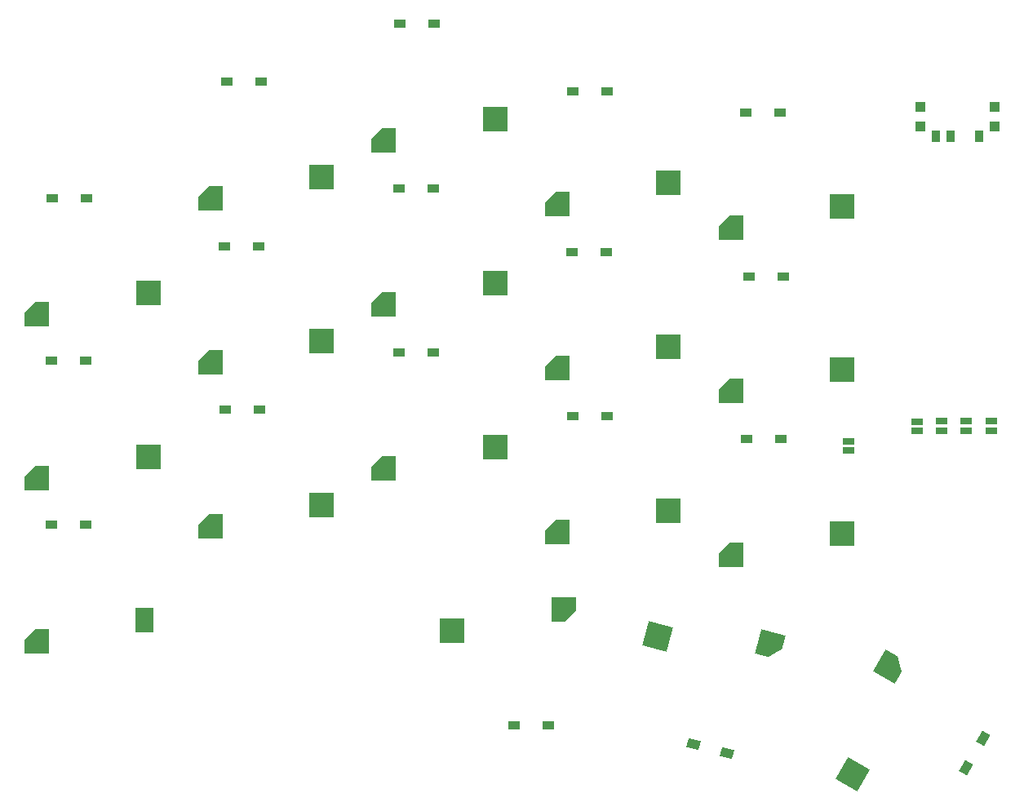
<source format=gtp>
G04 #@! TF.GenerationSoftware,KiCad,Pcbnew,(6.0.0)*
G04 #@! TF.CreationDate,2022-01-23T19:36:19+05:00*
G04 #@! TF.ProjectId,chocofi,63686f63-6f66-4692-9e6b-696361645f70,2.1*
G04 #@! TF.SameCoordinates,Original*
G04 #@! TF.FileFunction,Paste,Top*
G04 #@! TF.FilePolarity,Positive*
%FSLAX46Y46*%
G04 Gerber Fmt 4.6, Leading zero omitted, Abs format (unit mm)*
G04 Created by KiCad (PCBNEW (6.0.0)) date 2022-01-23 19:36:19*
%MOMM*%
%LPD*%
G01*
G04 APERTURE LIST*
G04 Aperture macros list*
%AMRotRect*
0 Rectangle, with rotation*
0 The origin of the aperture is its center*
0 $1 length*
0 $2 width*
0 $3 Rotation angle, in degrees counterclockwise*
0 Add horizontal line*
21,1,$1,$2,0,0,$3*%
%AMOutline5P*
0 Free polygon, 5 corners , with rotation*
0 The origin of the aperture is its center*
0 number of corners: always 5*
0 $1 to $10 corner X, Y*
0 $11 Rotation angle, in degrees counterclockwise*
0 create outline with 5 corners*
4,1,5,$1,$2,$3,$4,$5,$6,$7,$8,$9,$10,$1,$2,$11*%
%AMOutline6P*
0 Free polygon, 6 corners , with rotation*
0 The origin of the aperture is its center*
0 number of corners: always 6*
0 $1 to $12 corner X, Y*
0 $13 Rotation angle, in degrees counterclockwise*
0 create outline with 6 corners*
4,1,6,$1,$2,$3,$4,$5,$6,$7,$8,$9,$10,$11,$12,$1,$2,$13*%
%AMOutline7P*
0 Free polygon, 7 corners , with rotation*
0 The origin of the aperture is its center*
0 number of corners: always 7*
0 $1 to $14 corner X, Y*
0 $15 Rotation angle, in degrees counterclockwise*
0 create outline with 7 corners*
4,1,7,$1,$2,$3,$4,$5,$6,$7,$8,$9,$10,$11,$12,$13,$14,$1,$2,$15*%
%AMOutline8P*
0 Free polygon, 8 corners , with rotation*
0 The origin of the aperture is its center*
0 number of corners: always 8*
0 $1 to $16 corner X, Y*
0 $17 Rotation angle, in degrees counterclockwise*
0 create outline with 8 corners*
4,1,8,$1,$2,$3,$4,$5,$6,$7,$8,$9,$10,$11,$12,$13,$14,$15,$16,$1,$2,$17*%
G04 Aperture macros list end*
%ADD10R,1.143000X0.635000*%
%ADD11R,0.900000X1.300000*%
%ADD12R,1.000000X1.000000*%
%ADD13R,1.300000X0.950000*%
%ADD14RotRect,1.300000X0.950000X345.000000*%
%ADD15RotRect,1.300000X0.950000X60.000000*%
%ADD16Outline5P,-1.300000X0.130000X-0.130000X1.300000X1.300000X1.300000X1.300000X-1.300000X-1.300000X-1.300000X0.000000*%
%ADD17R,2.600000X2.600000*%
%ADD18R,1.900000X2.600000*%
%ADD19Outline5P,-1.300000X0.130000X-0.130000X1.300000X1.300000X1.300000X1.300000X-1.300000X-1.300000X-1.300000X180.000000*%
%ADD20Outline5P,-1.300000X0.130000X-0.130000X1.300000X1.300000X1.300000X1.300000X-1.300000X-1.300000X-1.300000X165.000000*%
%ADD21RotRect,2.600000X2.600000X165.000000*%
%ADD22Outline5P,-1.300000X0.130000X-0.130000X1.300000X1.300000X1.300000X1.300000X-1.300000X-1.300000X-1.300000X240.000000*%
%ADD23RotRect,2.600000X2.600000X240.000000*%
G04 APERTURE END LIST*
D10*
X166878000Y-89542620D03*
X166878000Y-90543380D03*
D11*
X180431000Y-57880000D03*
X177431000Y-57880000D03*
X175931000Y-57880000D03*
D12*
X182031000Y-54830000D03*
X182031000Y-56930000D03*
X174331000Y-54830000D03*
X174331000Y-56930000D03*
D13*
X84229400Y-64312800D03*
X87779400Y-64312800D03*
X102314200Y-52273200D03*
X105864200Y-52273200D03*
X120297400Y-46228000D03*
X123847400Y-46228000D03*
X138229800Y-53289200D03*
X141779800Y-53289200D03*
X156213000Y-55422800D03*
X159763000Y-55422800D03*
X84127800Y-81229200D03*
X87677800Y-81229200D03*
X102111000Y-69342000D03*
X105661000Y-69342000D03*
X120195800Y-63347600D03*
X123745800Y-63347600D03*
X138179000Y-69900800D03*
X141729000Y-69900800D03*
X156517800Y-72491600D03*
X160067800Y-72491600D03*
X84127800Y-98247200D03*
X87677800Y-98247200D03*
X102212600Y-86309200D03*
X105762600Y-86309200D03*
X120195800Y-80314800D03*
X123745800Y-80314800D03*
X138280600Y-86969600D03*
X141830600Y-86969600D03*
X156314600Y-89357200D03*
X159864600Y-89357200D03*
X132184600Y-119075200D03*
X135734600Y-119075200D03*
D14*
X150799764Y-121001192D03*
X154228800Y-121920000D03*
D15*
X179070666Y-123432630D03*
X180845666Y-120358240D03*
D16*
X82635000Y-76350000D03*
D17*
X94185000Y-74150000D03*
D16*
X100635000Y-64350000D03*
D17*
X112185000Y-62150000D03*
D16*
X118635000Y-58350000D03*
D17*
X130185000Y-56150000D03*
D16*
X136635000Y-64970000D03*
D17*
X148185000Y-62770000D03*
D16*
X154635000Y-67350000D03*
D17*
X166185000Y-65150000D03*
D16*
X82635000Y-93350000D03*
D17*
X94185000Y-91150000D03*
D16*
X100635000Y-81350000D03*
D17*
X112185000Y-79150000D03*
D16*
X118635000Y-75350000D03*
D17*
X130185000Y-73150000D03*
D16*
X136635000Y-81970000D03*
D17*
X148185000Y-79770000D03*
D16*
X154635000Y-84350000D03*
D17*
X166185000Y-82150000D03*
D16*
X82635000Y-110350000D03*
D18*
X93810000Y-108150000D03*
D16*
X100635000Y-98350000D03*
D17*
X112185000Y-96150000D03*
D16*
X118635000Y-92350000D03*
D17*
X130185000Y-90150000D03*
D16*
X136635000Y-98975000D03*
D17*
X148185000Y-96775000D03*
D16*
X154635000Y-101350000D03*
D17*
X166185000Y-99150000D03*
D19*
X137285000Y-107040000D03*
D17*
X125735000Y-109240000D03*
D20*
X158763380Y-110680374D03*
D21*
X147037535Y-109816051D03*
D22*
X171144649Y-112978767D03*
D23*
X167274905Y-124081360D03*
D10*
X179070000Y-87448020D03*
X179070000Y-88448780D03*
X176470000Y-87468020D03*
X176470000Y-88468780D03*
X173930000Y-87498020D03*
X173930000Y-88498780D03*
X181640000Y-87438420D03*
X181640000Y-88439180D03*
M02*

</source>
